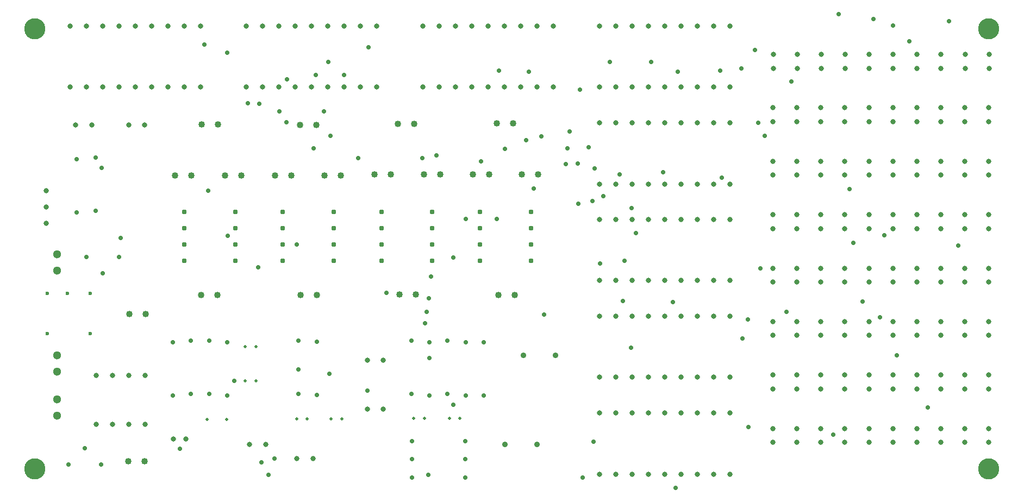
<source format=gbr>
%FSTAX23Y23*%
%MOIN*%
%SFA1B1*%

%IPPOS*%
%ADD81C,0.032000*%
%ADD82C,0.130000*%
%ADD83C,0.130000*%
%ADD84C,0.130000*%
%ADD85C,0.130000*%
%ADD86C,0.028740*%
%ADD87C,0.028740*%
%ADD88C,0.040157*%
%ADD89C,0.031496*%
%ADD90C,0.020000*%
%ADD91C,0.035433*%
%ADD92C,0.030709*%
%ADD93C,0.032677*%
%ADD94C,0.031496*%
%ADD95C,0.051181*%
%ADD96C,0.028110*%
%ADD97C,0.023622*%
%ADD98C,0.028000*%
%LNmb_spectrumanalyzer_pth_drill-1*%
%LPD*%
G54D81*
X05852Y01952D03*
Y02037D03*
X05999Y01952D03*
Y02037D03*
X05558Y0228D03*
Y02365D03*
X05411Y0228D03*
Y02365D03*
X05705Y0228D03*
Y02365D03*
X05264Y01952D03*
Y02037D03*
X05999Y0228D03*
Y02365D03*
X05852Y0228D03*
Y02365D03*
X05558Y01952D03*
Y02037D03*
X05411Y01952D03*
Y02037D03*
X05705Y01952D03*
Y02037D03*
X05264Y0228D03*
Y02365D03*
X05558Y01296D03*
Y01381D03*
X05705Y01296D03*
Y01381D03*
X05852Y01296D03*
Y01381D03*
X05999Y01296D03*
Y01381D03*
X05411Y01296D03*
Y01381D03*
X05852Y01624D03*
Y01709D03*
X05999Y01624D03*
Y01709D03*
X05264Y01624D03*
Y01709D03*
X05411Y01624D03*
Y01709D03*
X05705Y01624D03*
Y01709D03*
X05558Y01624D03*
Y01709D03*
X05411Y00313D03*
Y00398D03*
X04679Y02693D03*
Y02608D03*
X05413Y02693D03*
Y02608D03*
X05264Y01296D03*
Y01381D03*
X05266Y02693D03*
Y02608D03*
X04972Y02693D03*
Y02608D03*
X05119Y02693D03*
Y02608D03*
X05264Y00641D03*
Y00726D03*
X04823Y0228D03*
Y02365D03*
X0497Y0228D03*
Y02365D03*
X05117Y0228D03*
Y02365D03*
X04825Y02693D03*
Y02608D03*
X05854Y02693D03*
Y02608D03*
X05707Y02693D03*
Y02608D03*
X0556Y02693D03*
Y02608D03*
X06001Y02693D03*
Y02608D03*
X05264Y00313D03*
Y00398D03*
X05852Y00313D03*
Y00398D03*
X05705Y00313D03*
Y00398D03*
X05558Y00313D03*
Y00398D03*
X05264Y00969D03*
Y01054D03*
X05558Y00969D03*
Y01054D03*
X05705Y00969D03*
Y01054D03*
X05411Y00969D03*
Y01054D03*
X05999Y00398D03*
Y00313D03*
X05852Y00641D03*
Y00726D03*
X05999Y00641D03*
Y00726D03*
X05411Y00641D03*
Y00726D03*
X05705Y00641D03*
Y00726D03*
X05558Y00641D03*
Y00726D03*
X05852Y00969D03*
Y01054D03*
X04677Y0228D03*
Y02365D03*
X05999Y00969D03*
Y01054D03*
X04677Y00313D03*
Y00398D03*
X04823Y00641D03*
Y00726D03*
X04677Y00641D03*
Y00726D03*
X04823Y00313D03*
Y00398D03*
X04677Y00969D03*
Y01054D03*
X05117Y00969D03*
Y01054D03*
X04677Y01296D03*
Y01381D03*
X0497Y01296D03*
Y01381D03*
X05117Y01296D03*
Y01381D03*
X0497Y00969D03*
Y01054D03*
X04823Y01296D03*
Y01381D03*
Y00969D03*
Y01054D03*
X04677Y01624D03*
Y01709D03*
X04823Y01952D03*
Y02037D03*
Y01624D03*
Y01709D03*
X04677Y01952D03*
Y02037D03*
X0497Y00313D03*
Y00398D03*
Y00641D03*
Y00726D03*
X05117Y00641D03*
Y00726D03*
Y00313D03*
Y00398D03*
Y01624D03*
Y01709D03*
X0497Y01952D03*
Y02037D03*
Y01624D03*
Y01709D03*
X05117Y01952D03*
Y02037D03*
X00526Y00424D03*
X00626D03*
X00526Y00724D03*
X00626D03*
X00826Y00424D03*
X00726D03*
Y00724D03*
X00826D03*
G54D82*
X0015Y0015D03*
G54D83*
X0015Y0285D03*
G54D84*
X06Y0015D03*
G54D85*
X06Y0285D03*
G54D86*
X01107Y00938D03*
Y00611D03*
X01878Y00602D03*
Y00929D03*
X01766Y00938D03*
Y00611D03*
X01329Y00601D03*
Y00928D03*
X01218Y00938D03*
Y00611D03*
X00996Y00601D03*
Y00928D03*
X00522Y0206D03*
Y01733D03*
X00406Y01723D03*
Y0205D03*
X02458Y00611D03*
Y00938D03*
X02569Y00928D03*
Y00601D03*
X02902Y00928D03*
Y00601D03*
X0268Y00611D03*
Y00938D03*
X02791Y00928D03*
Y00601D03*
G54D87*
X02461Y00097D03*
X02788D03*
X02461Y00209D03*
X02788D03*
X02461Y0032D03*
X02788D03*
G54D88*
X03081Y02269D03*
X02981D03*
X03236Y01955D03*
X03136D03*
X02935D03*
X02835D03*
X01876Y0226D03*
X01776D03*
X01722Y01949D03*
X01622D03*
X02332Y01956D03*
X02232D03*
X01927Y01949D03*
X02027D03*
X01316Y0195D03*
X01416D03*
X0101D03*
X0111D03*
X01171Y02264D03*
X01271D03*
X02477Y02265D03*
X02377D03*
X02636Y01956D03*
X02536D03*
X02991Y01216D03*
X03091D03*
X02485Y0122D03*
X02385D03*
X01878Y01218D03*
X01778D03*
X01268Y01216D03*
X01168D03*
X00721Y00195D03*
X00821D03*
X00729Y011D03*
X00829D03*
G54D89*
X00724Y02259D03*
X00823D03*
X02287Y00517D03*
X02188D03*
X02188Y00818D03*
X02287D03*
X01565Y003D03*
X01466D03*
X01856Y00214D03*
X01757D03*
X00498Y02259D03*
X00399D03*
X00998Y00332D03*
X01077D03*
G54D90*
X02691Y0046D03*
X02757D03*
X02538D03*
X02472D03*
X0182Y00456D03*
X01754D03*
X02033D03*
X01967D03*
X01506Y00691D03*
X0144D03*
Y00901D03*
X01506D03*
X01325Y00454D03*
X01205D03*
G54D91*
X03145Y00845D03*
X03342D03*
X03031Y003D03*
X03228D03*
G54D92*
X02878Y01725D03*
Y01625D03*
Y01525D03*
Y01425D03*
X03191D03*
Y01525D03*
Y01625D03*
Y01725D03*
X02587D03*
Y01625D03*
Y01525D03*
Y01425D03*
X02274D03*
Y01525D03*
Y01625D03*
Y01725D03*
X01983D03*
Y01625D03*
Y01525D03*
Y01425D03*
X0167D03*
Y01525D03*
Y01625D03*
Y01725D03*
X01379D03*
Y01625D03*
Y01525D03*
Y01425D03*
X01066D03*
Y01525D03*
Y01625D03*
Y01725D03*
G54D93*
X03612Y02273D03*
X03712D03*
X03812D03*
X03912D03*
X04012D03*
X04112D03*
X04212D03*
X04312D03*
X04412D03*
Y01898D03*
X04312D03*
X04212D03*
X04112D03*
X04012D03*
X03912D03*
X03812D03*
X03712D03*
X03612D03*
Y0168D03*
X03712D03*
X03812D03*
X03912D03*
X04012D03*
X04112D03*
X04212D03*
X04312D03*
X04412D03*
Y01305D03*
X04312D03*
X04212D03*
X04112D03*
X04012D03*
X03912D03*
X03812D03*
X03712D03*
X03612D03*
Y02867D03*
X03712D03*
X03812D03*
X03912D03*
X04012D03*
X04112D03*
X04212D03*
X04312D03*
X04412D03*
Y02492D03*
X04312D03*
X04212D03*
X04112D03*
X04012D03*
X03912D03*
X03812D03*
X03712D03*
X03612D03*
X02529Y02867D03*
X02629D03*
X02729D03*
X02829D03*
X02929D03*
X03029D03*
X03129D03*
X03229D03*
X03329D03*
Y02492D03*
X03229D03*
X03129D03*
X03029D03*
X02929D03*
X02829D03*
X02729D03*
X02629D03*
X02529D03*
X00365Y02867D03*
X00465D03*
X00565D03*
X00665D03*
X00765D03*
X00865D03*
X00965D03*
X01065D03*
X01165D03*
Y02492D03*
X01065D03*
X00965D03*
X00865D03*
X00765D03*
X00665D03*
X00565D03*
X00465D03*
X00365D03*
X03612Y00712D03*
X03712D03*
X03812D03*
X03912D03*
X04012D03*
X04112D03*
X04212D03*
X04312D03*
X04412D03*
Y01087D03*
X04312D03*
X04212D03*
X04112D03*
X04012D03*
X03912D03*
X03812D03*
X03712D03*
X03612D03*
X01447Y02867D03*
X01547D03*
X01647D03*
X01747D03*
X01847D03*
X01947D03*
X02047D03*
X02147D03*
X02247D03*
Y02492D03*
X02147D03*
X02047D03*
X01947D03*
X01847D03*
X01747D03*
X01647D03*
X01547D03*
X01447D03*
X03612Y00493D03*
X03712D03*
X03812D03*
X03912D03*
X04012D03*
X04112D03*
X04212D03*
X04312D03*
X04412D03*
Y00118D03*
X04312D03*
X04212D03*
X04112D03*
X04012D03*
X03912D03*
X03812D03*
X03712D03*
X03612D03*
G54D94*
X00219Y01657D03*
Y01857D03*
Y01757D03*
G54D95*
X00287Y01468D03*
Y01368D03*
X00287Y00477D03*
Y00577D03*
Y00745D03*
Y00845D03*
G54D96*
X00357Y00178D03*
X00457Y00278D03*
X00557Y00178D03*
X00467Y01449D03*
X00567Y01349D03*
X00667Y01449D03*
G54D97*
X00224Y01228D03*
Y00979D03*
X00488Y01228D03*
Y00979D03*
X0035Y01228D03*
G54D98*
X04481Y02607D03*
X04625Y02194D03*
X04353Y02594D03*
X01691Y02277D03*
X04002Y0197D03*
X01582Y00112D03*
X03273Y01097D03*
X01538Y00189D03*
X05331Y01079D03*
X03482Y01776D03*
X0348Y02023D03*
X03583Y01994D03*
X03404Y0202D03*
X02304Y0123D03*
X01331Y0158D03*
X02566Y01196D03*
X01961Y02194D03*
X01371Y0069D03*
X0165Y02344D03*
X02714Y00544D03*
X0408Y00034D03*
X03509Y00098D03*
X02562Y00113D03*
X0152Y01387D03*
X01755Y01525D03*
X02188Y0063D03*
X02981Y01684D03*
X0393Y02648D03*
X03675D03*
X02716Y01445D03*
X00676Y01567D03*
X02578Y0133D03*
X03575Y00315D03*
X05225Y01177D03*
X04521Y01065D03*
X04525Y00407D03*
X0508Y0294D03*
X05413Y0287D03*
X05293Y02909D03*
X01329Y02703D03*
X05755Y02898D03*
X01526Y02391D03*
X01456Y02392D03*
X01696Y0254D03*
X01923Y02344D03*
X03616Y01411D03*
X05168Y01538D03*
X04062Y01172D03*
X04758Y01114D03*
X03162Y02165D03*
X03545Y02124D03*
X03415Y02117D03*
X0343Y0222D03*
X03569Y01793D03*
X0381Y01751D03*
X01038Y00273D03*
X01767Y00761D03*
X01618Y00213D03*
X01949Y02647D03*
X02569Y00831D03*
X01957Y00732D03*
X0449Y00951D03*
X01858Y02117D03*
X02994Y02592D03*
X03209Y01871D03*
X03493Y02476D03*
X01873Y02567D03*
X03805Y00894D03*
X05436Y00848D03*
X05627Y00527D03*
X0056Y01995D03*
X03755Y01181D03*
X03179Y02585D03*
X04091Y02587D03*
X04362Y01936D03*
X05144Y01866D03*
X046Y0138D03*
X04585Y02272D03*
X03256Y02189D03*
X05813Y01521D03*
X04564Y02719D03*
X02195Y02735D03*
X01188Y02752D03*
X02792Y01684D03*
X02551Y01112D03*
X01213Y01855D03*
X03637Y01824D03*
X05044Y00359D03*
X03031Y02112D03*
X02613Y02072D03*
X02527Y02057D03*
X02131D03*
X05358Y01582D03*
X03834Y01597D03*
X03767Y01426D03*
X02885Y02038D03*
X02543Y01044D03*
X02047Y02567D03*
X04789Y02527D03*
X05511Y02772D03*
X03737Y01955D03*
M02*
</source>
